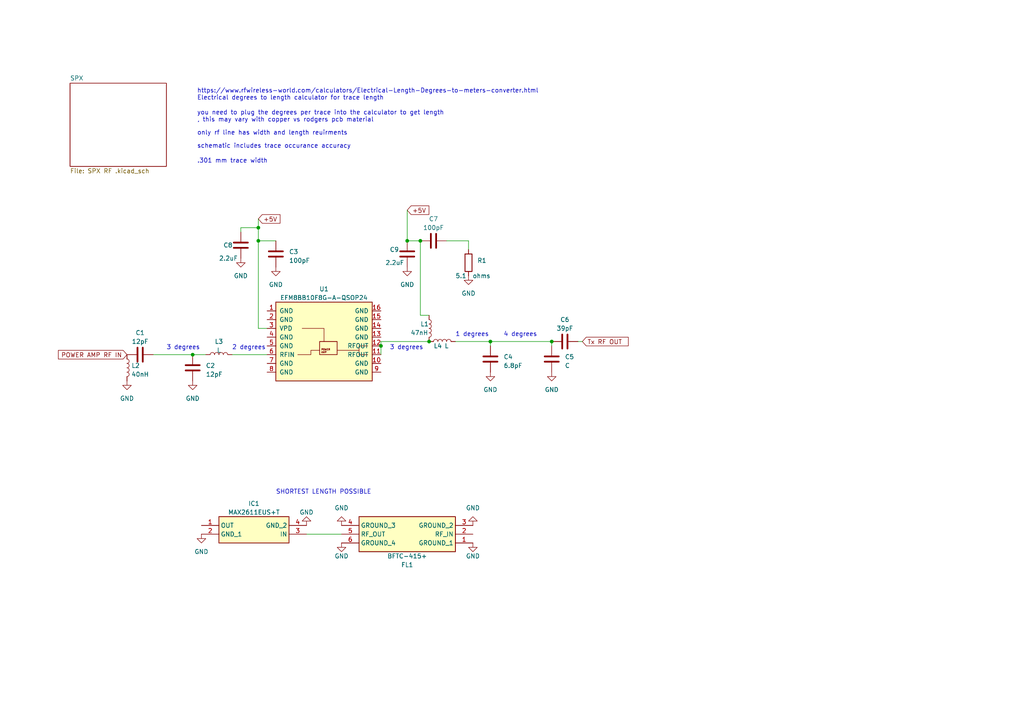
<source format=kicad_sch>
(kicad_sch (version 20230121) (generator eeschema)
  (paper "A4")
  (lib_symbols
    (symbol "BANDPASS:BFTC-415+"
      (property "Reference" "FL" (at 34.29 7.62 0))
      (property "Value" "BFTC-415+" (at 34.29 5.08 0))
      (symbol "BFTC-415+_1_1"
        (rectangle (start 5.08 2.54) (end 33.02 -7.62) (stroke (width 0.254)) (fill (type background)))
        (pin passive line (at 0 0 0) (length 5.08) (name "GROUND_1") (number "1"))
        (pin passive line (at 0 -2.54 0) (length 5.08) (name "RF_IN") (number "2"))
        (pin passive line (at 0 -5.08 0) (length 5.08) (name "GROUND_2") (number "3"))
        (pin passive line (at 38.1 -5.08 180) (length 5.08) (name "GROUND_3") (number "4"))
        (pin passive line (at 38.1 -2.54 180) (length 5.08) (name "RF_OUT") (number "5"))
        (pin passive line (at 38.1 0 180) (length 5.08) (name "GROUND_4") (number "6"))
      )
    )
    (symbol "Device:C" (pin_numbers hide) (pin_names (offset 0.254))
      (property "Reference" "C" (at 0.635 2.54 0))
      (property "Value" "C" (at 0.635 -2.54 0))
      (symbol "C_0_1"
        (polyline (pts (xy -2.032 -0.762) (xy 2.032 -0.762)) (stroke (width 0.508)))
        (polyline (pts (xy -2.032 0.762) (xy 2.032 0.762)) (stroke (width 0.508)))
      )
      (symbol "C_1_1"
        (pin passive line (at 0 3.81 270) (length 2.794) (name "~") (number "1"))
        (pin passive line (at 0 -3.81 90) (length 2.794) (name "~") (number "2"))
      )
    )
    (symbol "Device:L" (pin_numbers hide) (pin_names (offset 1.016) hide)
      (property "Reference" "L" (at -1.27 0 90))
      (property "Value" "L" (at 1.905 0 90))
      (symbol "L_0_1"
        (arc (start 0 -2.54) (mid 0.6323 -1.905) (end 0 -1.27))
        (arc (start 0 -1.27) (mid 0.6323 -0.635) (end 0 0))
        (arc (start 0 0) (mid 0.6323 0.635) (end 0 1.27))
        (arc (start 0 1.27) (mid 0.6323 1.905) (end 0 2.54))
      )
      (symbol "L_1_1"
        (pin passive line (at 0 3.81 270) (length 1.27) (name "1") (number "1"))
        (pin passive line (at 0 -3.81 90) (length 1.27) (name "2") (number "2"))
      )
    )
    (symbol "Device:R" (pin_numbers hide) (pin_names (offset 0))
      (property "Reference" "R" (at 2.032 0 90))
      (property "Value" "R" (at 0 0 90))
      (symbol "R_0_1"
        (rectangle (start -1.016 -2.54) (end 1.016 2.54) (stroke (width 0.254)))
      )
      (symbol "R_1_1"
        (pin passive line (at 0 3.81 270) (length 1.27) (name "~") (number "1"))
        (pin passive line (at 0 -3.81 90) (length 1.27) (name "~") (number "2"))
      )
    )
    (symbol "LNA:MAX2611EUS+T"
      (property "Reference" "IC" (at 26.67 7.62 0))
      (property "Value" "MAX2611EUS+T" (at 26.67 5.08 0))
      (symbol "MAX2611EUS+T_1_1"
        (rectangle (start 5.08 2.54) (end 25.4 -5.08) (stroke (width 0.254)) (fill (type background)))
        (pin passive line (at 0 0 0) (length 5.08) (name "OUT") (number "1"))
        (pin passive line (at 0 -2.54 0) (length 5.08) (name "GND_1") (number "2"))
        (pin passive line (at 30.48 -2.54 180) (length 5.08) (name "IN") (number "3"))
        (pin passive line (at 30.48 0 180) (length 5.08) (name "GND_2") (number "4"))
      )
    )
    (symbol "RF AMP:POWER_AMP_FOR__RF" (pin_names (offset 1.016))
      (property "Reference" "U" (at -13.97 15.24 0))
      (property "Value" "EFM8BB10F8G-A-QSOP24" (at 0 15.24 0))
      (symbol "POWER_AMP_FOR__RF_0_0"
        (text_box "\n\nPOWER AMP \n" (at -2.54 2.54 0) (size 5.08 -3.81) (effects (font (size 0.5 0.5)) (justify left top)))
      )
      (symbol "POWER_AMP_FOR__RF_0_1"
        (rectangle (start -15.24 13.97) (end 12.7 -8.89) (stroke (width 0.254)) (fill (type background)))
        (rectangle (start -2.54 2.54) (end 2.54 -1.27))
        (polyline (pts (xy -7.62 6.35) (xy -1.27 6.35) (xy -1.27 2.54)))
        (polyline (pts (xy 8.89 0) (xy 8.89 1.27) (xy 11.43 1.27)))
        (polyline (pts (xy -8.89 -1.27) (xy -5.08 -1.27) (xy -5.08 0) (xy -2.54 0)))
        (polyline (pts (xy 2.54 0) (xy 8.89 0) (xy 8.89 -1.27) (xy 11.43 -1.27)))
      )
      (symbol "POWER_AMP_FOR__RF_1_1"
        (pin input line (at -17.78 11.43 0) (length 2.54) (name "GND") (number "1"))
        (pin input line (at 15.24 -3.81 180) (length 2.54) (name "GND") (number "10"))
        (pin output line (at 15.24 -1.27 180) (length 2.54) (name "RFOUT") (number "11"))
        (pin output line (at 15.24 1.27 180) (length 2.54) (name "RFOUT") (number "12"))
        (pin input line (at 15.24 3.81 180) (length 2.54) (name "GND") (number "13"))
        (pin input line (at 15.24 6.35 180) (length 2.54) (name "GND") (number "14"))
        (pin input line (at 15.24 8.89 180) (length 2.54) (name "GND") (number "15"))
        (pin input line (at 15.24 11.43 180) (length 2.54) (name "GND") (number "16"))
        (pin input line (at -17.78 8.89 0) (length 2.54) (name "GND") (number "2"))
        (pin input line (at -17.78 6.35 0) (length 2.54) (name "VPD") (number "3"))
        (pin input line (at -17.78 3.81 0) (length 2.54) (name "GND") (number "4"))
        (pin input line (at -17.78 1.27 0) (length 2.54) (name "GND") (number "5"))
        (pin input line (at -17.78 -1.27 0) (length 2.54) (name "RFIN") (number "6"))
        (pin input line (at -17.78 -3.81 0) (length 2.54) (name "GND") (number "7"))
        (pin input line (at -17.78 -6.35 0) (length 2.54) (name "GND") (number "8"))
        (pin input line (at 15.24 -6.35 180) (length 2.54) (name "GND") (number "9"))
      )
    )
    (symbol "power:GND" (power) (pin_names (offset 0))
      (property "Value" "GND" (at 0 -3.81 0))
      (symbol "GND_0_1"
        (polyline (pts (xy 0 0) (xy 0 -1.27) (xy 1.27 -1.27) (xy 0 -2.54) (xy -1.27 -1.27) (xy 0 -1.27)))
      )
      (symbol "GND_1_1"
        (pin power_in line (at 0 0 270) (length 0) hide (name "GND") (number "1"))
      )
    )
  )
  (junction (at 142.24 99.06))
  (junction (at 118.11 69.85))
  (junction (at 74.93 66.04))
  (junction (at 110.49 100.33))
  (junction (at 121.92 69.85))
  (junction (at 160.02 99.06))
  (junction (at 55.88 102.87))
  (junction (at 124.46 99.06))
  (junction (at 74.93 69.85))
  (wire (pts (xy 168.91 99.06) (xy 167.64 99.06)))
  (wire (pts (xy 121.92 69.85) (xy 118.11 69.85)))
  (wire (pts (xy 121.92 91.44) (xy 124.46 91.44)))
  (wire (pts (xy 88.9 154.94) (xy 99.06 154.94)))
  (wire (pts (xy 160.02 100.33) (xy 160.02 99.06)))
  (wire (pts (xy 77.47 95.25) (xy 74.93 95.25)))
  (wire (pts (xy 118.11 60.96) (xy 118.11 69.85)))
  (wire (pts (xy 59.69 102.87) (xy 55.88 102.87)))
  (wire (pts (xy 110.49 99.06) (xy 124.46 99.06)))
  (wire (pts (xy 110.49 100.33) (xy 110.49 102.87)))
  (wire (pts (xy 74.93 66.04) (xy 74.93 69.85)))
  (wire (pts (xy 74.93 66.04) (xy 69.85 66.04)))
  (wire (pts (xy 74.93 69.85) (xy 74.93 95.25)))
  (wire (pts (xy 67.31 102.87) (xy 77.47 102.87)))
  (wire (pts (xy 142.24 99.06) (xy 142.24 100.33)))
  (wire (pts (xy 44.45 102.87) (xy 55.88 102.87)))
  (wire (pts (xy 74.93 63.5) (xy 74.93 66.04)))
  (wire (pts (xy 74.93 69.85) (xy 80.01 69.85)))
  (wire (pts (xy 135.89 69.85) (xy 135.89 72.39)))
  (wire (pts (xy 142.24 99.06) (xy 160.02 99.06)))
  (wire (pts (xy 129.54 69.85) (xy 135.89 69.85)))
  (wire (pts (xy 69.85 66.04) (xy 69.85 67.31)))
  (wire (pts (xy 121.92 69.85) (xy 121.92 91.44)))
  (wire (pts (xy 110.49 99.06) (xy 110.49 100.33)))
  (wire (pts (xy 132.08 99.06) (xy 142.24 99.06)))
  (image (at 334.01 26.67) (scale 1.0135))
  (text "schematic includes trace occurance accuracy\n" (at 57.15 43.18 0) (effects (font (size 1.27 1.27)) (justify left bottom)))
  (text "you need to plug the degrees per trace into the calculator to get length\n, this may vary with copper vs rodgers pcb material \n" (at 57.15 35.56 0) (effects (font (size 1.27 1.27)) (justify left bottom)))
  (text "3 degrees \n" (at 113.03 101.6 0) (effects (font (size 1.27 1.27)) (justify left bottom)))
  (text "1 degrees \n" (at 132.08 97.79 0) (effects (font (size 1.27 1.27)) (justify left bottom)))
  (text "3 degrees \n" (at 48.26 101.6 0) (effects (font (size 1.27 1.27)) (justify left bottom)))
  (text "only rf line has width and length reuirments \n" (at 57.15 39.37 0) (effects (font (size 1.27 1.27)) (justify left bottom)))
  (text "2 degrees \n" (at 67.31 101.6 0) (effects (font (size 1.27 1.27)) (justify left bottom)))
  (text "https://www.rfwireless-world.com/calculators/Electrical-Length-Degrees-to-meters-converter.html\nElectrical degrees to length calculator for trace length \n" (at 57.15 29.21 0) (effects (font (size 1.27 1.27)) (justify left bottom)))
  (text "SHORTEST LENGTH POSSIBLE \n" (at 80.01 143.51 0) (effects (font (size 1.27 1.27)) (justify left bottom)))
  (text "Trouts component ref sheet for values to be calculated \n" (at 304.8 48.26 0) (effects (font (size 1.27 1.27)) (justify left bottom)))
  (text ".301 mm trace width\n\n" (at 57.15 49.53 0) (effects (font (size 1.27 1.27)) (justify left bottom)))
  (text "4 degrees \n" (at 146.05 97.79 0) (effects (font (size 1.27 1.27)) (justify left bottom)))
  (global_label "POWER AMP RF IN" (shape input) (at 36.83 102.87 180) (property "Intersheetrefs" "${INTERSHEET_REFS}" (effects hide)))
  (global_label "Tx RF OUT " (shape input) (at 168.91 99.06 0) (property "Intersheetrefs" "${INTERSHEET_REFS}" (effects hide)))
  (global_label "+5V" (shape input) (at 74.93 63.5 0) (property "Intersheetrefs" "${INTERSHEET_REFS}" (effects hide)))
  (global_label "+5V" (shape input) (at 118.11 60.96 0) (property "Intersheetrefs" "${INTERSHEET_REFS}" (effects hide)))
  (symbol (lib_id "LNA:MAX2611EUS+T") (at 58.42 152.4 0) (unit 1)
    (property "Reference" "IC1" (at 73.66 146.05 0))
    (property "Value" "MAX2611EUS+T" (at 73.66 148.59 0))
    (property "Footprint" "MAX2611EUST" (effects hide))
    (property "Height" "1.22" (effects hide))
    (property "Mouser Part Number" "700-MAX2611EUS+T" (effects hide))
    (property "Mouser Price/Stock" "https://www.mouser.co.uk/ProductDetail/Maxim-Integrated/MAX2611EUS%2bT?qs=GxOUx7aO6nzhsdyrBwYTYA%3D%3D" (effects hide))
    (property "Manufacturer_Name" "Analog Devices" (effects hide))
    (property "Manufacturer_Part_Number" "MAX2611EUS+T" (effects hide))
  )
  (symbol (lib_id "Device:C") (at 69.85 71.12 0) (unit 1)
    (property "Reference" "C8" (at 64.77 71.12 0) (effects (justify left)))
    (property "Value" "2.2uF" (at 63.5 74.93 0) (effects (justify left)))
    (property "Footprint" "Capacitor_SMD:C_0201_0603Metric" (effects hide))
  )
  (symbol (lib_id "Device:C") (at 55.88 106.68 0) (unit 1)
    (property "Reference" "C2" (at 59.69 106.045 0) (effects (justify left)))
    (property "Value" "12pF" (at 59.69 108.585 0) (effects (justify left)))
    (property "Footprint" "Capacitor_SMD:C_0201_0603Metric" (effects hide))
  )
  (symbol (lib_id "power:GND") (at 160.02 107.95 0) (unit 1)
    (property "Reference" "#PWR09" (effects hide))
    (property "Value" "GND" (at 160.02 113.03 0))
  )
  (symbol (lib_id "Device:C") (at 40.64 102.87 90) (unit 1)
    (property "Reference" "C1" (at 40.64 96.52 90))
    (property "Value" "12pF" (at 40.64 99.06 90))
    (property "Footprint" "Capacitor_SMD:C_0201_0603Metric" (effects hide))
  )
  (symbol (lib_id "power:GND") (at 55.88 110.49 0) (unit 1)
    (property "Reference" "#PWR02" (effects hide))
    (property "Value" "GND" (at 55.88 115.57 0))
  )
  (symbol (lib_id "Device:C") (at 125.73 69.85 90) (unit 1)
    (property "Reference" "C7" (at 125.73 63.5 90))
    (property "Value" "100pF" (at 125.73 66.04 90))
    (property "Footprint" "Capacitor_SMD:C_0201_0603Metric" (effects hide))
  )
  (symbol (lib_id "Device:C") (at 160.02 104.14 0) (unit 1)
    (property "Reference" "C5" (at 163.83 103.505 0) (effects (justify left)))
    (property "Value" "C" (at 163.83 106.045 0) (effects (justify left)))
    (property "Footprint" "Capacitor_SMD:C_0201_0603Metric" (effects hide))
  )
  (symbol (lib_id "Device:C") (at 118.11 73.66 0) (unit 1)
    (property "Reference" "C9" (at 113.03 72.39 0) (effects (justify left)))
    (property "Value" "2.2uF" (at 111.76 76.2 0) (effects (justify left)))
    (property "Footprint" "Capacitor_SMD:C_0201_0603Metric" (effects hide))
  )
  (symbol (lib_id "Device:C") (at 142.24 104.14 0) (unit 1)
    (property "Reference" "C4" (at 146.05 103.505 0) (effects (justify left)))
    (property "Value" "6.8pF" (at 146.05 106.045 0) (effects (justify left)))
    (property "Footprint" "Capacitor_SMD:C_0201_0603Metric" (effects hide))
  )
  (symbol (lib_id "power:GND") (at 36.83 110.49 0) (unit 1)
    (property "Reference" "#PWR03" (effects hide))
    (property "Value" "GND" (at 36.83 115.57 0))
  )
  (symbol (lib_id "power:GND") (at 58.42 154.94 0) (unit 1)
    (property "Reference" "#PWR014" (effects hide))
    (property "Value" "GND" (at 58.42 160.02 0))
  )
  (symbol (lib_id "power:GND") (at 99.06 157.48 0) (unit 1)
    (property "Reference" "#PWR011" (effects hide))
    (property "Value" "GND" (at 99.06 161.29 0))
  )
  (symbol (lib_id "Device:L") (at 128.27 99.06 90) (unit 1)
    (property "Reference" "L4" (at 127 100.33 90))
    (property "Value" "L" (at 129.54 100.33 90))
  )
  (symbol (lib_id "power:GND") (at 88.9 152.4 180) (unit 1)
    (property "Reference" "#PWR013" (effects hide))
    (property "Value" "GND" (at 88.9 148.59 0))
  )
  (symbol (lib_id "power:GND") (at 135.89 80.01 0) (unit 1)
    (property "Reference" "#PWR07" (effects hide))
    (property "Value" "GND" (at 135.89 85.09 0))
  )
  (symbol (lib_id "RF AMP:POWER_AMP_FOR__RF") (at 95.25 101.6 0) (unit 1)
    (property "Reference" "U1" (at 93.98 83.82 0))
    (property "Value" "EFM8BB10F8G-A-QSOP24" (at 93.98 86.36 0))
    (property "Footprint" "Package_SO:QSOP-16" (effects hide))
    (property "Datasheet" "https://www.mouser.com/datasheet/2/609/hmc452qs16g-2402466.pdf" (effects hide))
  )
  (symbol (lib_id "Device:R") (at 135.89 76.2 0) (unit 1)
    (property "Reference" "R1" (at 138.43 75.565 0) (effects (justify left)))
    (property "Value" "5.1  ohms" (at 132.08 80.01 0) (effects (justify left)))
  )
  (symbol (lib_id "power:GND") (at 137.16 157.48 0) (unit 1)
    (property "Reference" "#PWR012" (effects hide))
    (property "Value" "GND" (at 137.16 161.29 0))
  )
  (symbol (lib_id "power:GND") (at 118.11 77.47 0) (unit 1)
    (property "Reference" "#PWR06" (effects hide))
    (property "Value" "GND" (at 118.11 82.55 0))
  )
  (symbol (lib_id "Device:L") (at 124.46 95.25 0) (unit 1)
    (property "Reference" "L1" (at 121.92 93.98 0) (effects (justify left)))
    (property "Value" " 47nH" (at 118.11 96.52 0) (effects (justify left)))
  )
  (symbol (lib_id "power:GND") (at 137.16 152.4 180) (unit 1)
    (property "Reference" "#PWR01" (effects hide))
    (property "Value" "GND" (at 137.16 147.32 0))
  )
  (symbol (lib_id "BANDPASS:BFTC-415+") (at 137.16 157.48 180) (unit 1)
    (property "Reference" "FL1" (at 118.11 163.83 0))
    (property "Value" "BFTC-415+" (at 118.11 161.29 0))
    (property "Footprint" "BFTC415" (effects hide))
    (property "Datasheet" "https://www.minicircuits.com/pdfs/BFTC-415+.pdf" (effects hide))
    (property "Height" "1.5" (effects hide))
    (property "Manufacturer_Name" "Mini-Circuits" (effects hide))
    (property "Manufacturer_Part_Number" "BFTC-415+" (effects hide))
  )
  (symbol (lib_id "Device:C") (at 163.83 99.06 90) (unit 1)
    (property "Reference" "C6" (at 163.83 92.71 90))
    (property "Value" "39pF" (at 163.83 95.25 90))
    (property "Footprint" "Capacitor_SMD:C_0201_0603Metric" (effects hide))
  )
  (symbol (lib_id "Device:C") (at 80.01 73.66 0) (unit 1)
    (property "Reference" "C3" (at 83.82 73.025 0) (effects (justify left)))
    (property "Value" "100pF" (at 83.82 75.565 0) (effects (justify left)))
    (property "Footprint" "Capacitor_SMD:C_0201_0603Metric" (effects hide))
  )
  (symbol (lib_id "Device:L") (at 63.5 102.87 90) (unit 1)
    (property "Reference" "L3" (at 63.5 99.06 90))
    (property "Value" "L" (at 63.5 101.6 90))
  )
  (symbol (lib_id "power:GND") (at 99.06 152.4 180) (unit 1)
    (property "Reference" "#PWR010" (effects hide))
    (property "Value" "GND" (at 99.06 147.32 0))
  )
  (symbol (lib_id "power:GND") (at 69.85 74.93 0) (unit 1)
    (property "Reference" "#PWR04" (effects hide))
    (property "Value" "GND" (at 69.85 80.01 0))
  )
  (symbol (lib_id "Device:L") (at 36.83 106.68 0) (unit 1)
    (property "Reference" "L2" (at 38.1 106.045 0) (effects (justify left)))
    (property "Value" "40nH" (at 38.1 108.585 0) (effects (justify left)))
  )
  (symbol (lib_id "power:GND") (at 142.24 107.95 0) (unit 1)
    (property "Reference" "#PWR08" (effects hide))
    (property "Value" "GND" (at 142.24 113.03 0))
  )
  (symbol (lib_id "power:GND") (at 80.01 77.47 0) (unit 1)
    (property "Reference" "#PWR05" (effects hide))
    (property "Value" "GND" (at 80.01 82.55 0))
  )
  (sheet (at 20.32 24.13) (size 27.94 24.13) (stroke (width 0.1524))
    (property "Sheetname" "SPX" (at 20.32 23.4184 0) (effects (justify left bottom)))
    (property "Sheetfile" "SPX RF .kicad_sch" (at 20.32 48.8446 0) (effects (justify left top)))
  )
)
</source>
